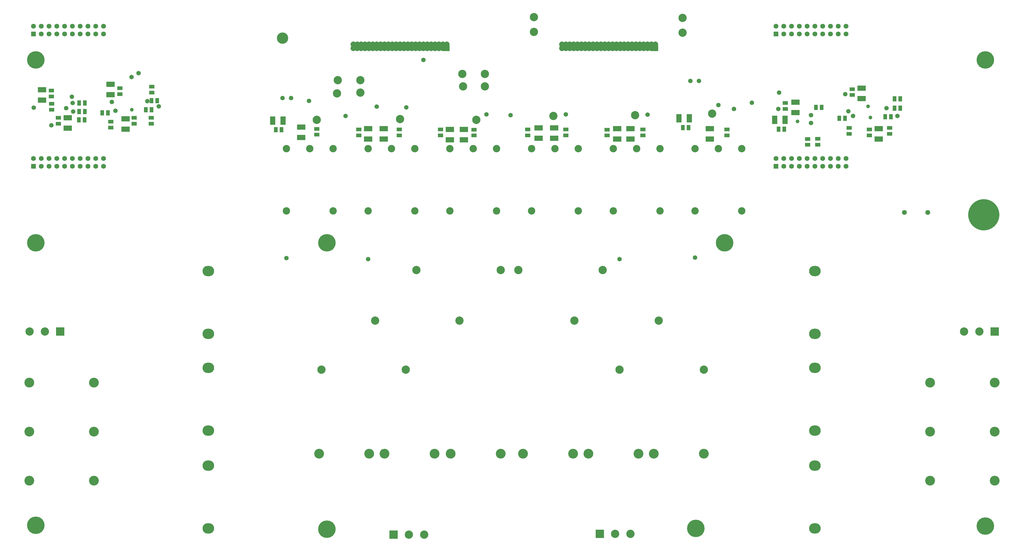
<source format=gbs>
G04*
G04 #@! TF.GenerationSoftware,Altium Limited,Altium Designer,22.11.1 (43)*
G04*
G04 Layer_Color=16711935*
%FSLAX44Y44*%
%MOMM*%
G71*
G04*
G04 #@! TF.SameCoordinates,B38BEB0A-FF2B-4473-85C9-27130B265984*
G04*
G04*
G04 #@! TF.FilePolarity,Negative*
G04*
G01*
G75*
%ADD25R,1.2232X1.6732*%
%ADD26R,1.6732X1.2232*%
%ADD27R,2.7032X1.7032*%
%ADD30C,2.7032*%
%ADD31C,2.4032*%
%ADD32C,3.7032*%
%ADD33C,3.2032*%
%ADD34O,3.8032X3.4032*%
%ADD35C,5.7032*%
%ADD36C,10.2032*%
%ADD37C,1.6032*%
%ADD38R,1.6032X1.6032*%
%ADD39R,2.7032X2.7032*%
%ADD40C,1.8520*%
%ADD41R,1.8520X1.8520*%
%ADD42C,1.2192*%
%ADD43C,1.4732*%
%ADD62R,1.7032X2.7032*%
D25*
X708000Y3111500D02*
D03*
X689000D02*
D03*
X565760Y3101340D02*
D03*
X546760D02*
D03*
X707440Y3141690D02*
D03*
X726440D02*
D03*
X3132480Y3147060D02*
D03*
X3151480D02*
D03*
X3121000Y3088640D02*
D03*
X3102000D02*
D03*
X2971140Y3083560D02*
D03*
X2952140D02*
D03*
X3132480Y3116580D02*
D03*
X3151480D02*
D03*
X2894940Y3119120D02*
D03*
X2875940D02*
D03*
X490220Y3134070D02*
D03*
X471220D02*
D03*
Y3106130D02*
D03*
X490220D02*
D03*
X2441600Y3053080D02*
D03*
X2460600D02*
D03*
X1113180Y3046450D02*
D03*
X1132180D02*
D03*
X2754020Y3048000D02*
D03*
X2773020D02*
D03*
X489560Y3078480D02*
D03*
X470560D02*
D03*
D26*
X708660Y3168040D02*
D03*
Y3187040D02*
D03*
X706780Y3085150D02*
D03*
Y3066150D02*
D03*
X574700Y3072450D02*
D03*
Y3053450D02*
D03*
X3116580Y3052420D02*
D03*
Y3033420D02*
D03*
X2984500Y3052420D02*
D03*
Y3033420D02*
D03*
X2882179Y3016860D02*
D03*
Y2997860D02*
D03*
X381660Y3130870D02*
D03*
Y3111870D02*
D03*
X1935480Y3047340D02*
D03*
Y3028340D02*
D03*
X2194560Y3046860D02*
D03*
Y3027860D02*
D03*
X2059940Y3047340D02*
D03*
Y3028340D02*
D03*
X2311400Y3047340D02*
D03*
Y3028340D02*
D03*
X2585720Y3047340D02*
D03*
Y3028340D02*
D03*
X1384300Y3047340D02*
D03*
Y3028340D02*
D03*
X1651000Y3047340D02*
D03*
Y3028340D02*
D03*
X1247140Y3049400D02*
D03*
Y3030400D02*
D03*
X1516380Y3047340D02*
D03*
Y3028340D02*
D03*
X1760220Y3046860D02*
D03*
Y3027860D02*
D03*
X2776220Y3133700D02*
D03*
Y3114700D02*
D03*
X3050540Y3028340D02*
D03*
Y3047340D02*
D03*
X2994660Y3178760D02*
D03*
Y3159760D02*
D03*
X381000Y3174340D02*
D03*
Y3155340D02*
D03*
X403860Y3066440D02*
D03*
Y3085440D02*
D03*
X650900Y3066150D02*
D03*
Y3085150D02*
D03*
X604520Y3181960D02*
D03*
Y3162960D02*
D03*
X2849159Y2997200D02*
D03*
Y3016200D02*
D03*
D27*
X1971040Y3052300D02*
D03*
Y3018300D02*
D03*
X2227580Y3049760D02*
D03*
Y3015760D02*
D03*
X2021840Y3052300D02*
D03*
Y3018300D02*
D03*
X2270760Y3049760D02*
D03*
Y3015760D02*
D03*
X2529840Y3049760D02*
D03*
Y3015760D02*
D03*
X1414780Y3049760D02*
D03*
Y3015760D02*
D03*
X1681480Y3047220D02*
D03*
Y3013220D02*
D03*
X1196340Y3054840D02*
D03*
Y3020840D02*
D03*
X1465580Y3049760D02*
D03*
Y3015760D02*
D03*
X1727200Y3047220D02*
D03*
Y3013220D02*
D03*
X2809240Y3136120D02*
D03*
Y3102120D02*
D03*
X3081020Y3015760D02*
D03*
Y3049760D02*
D03*
X3025140Y3181840D02*
D03*
Y3147840D02*
D03*
X350520Y3176760D02*
D03*
Y3142760D02*
D03*
X434340Y3051320D02*
D03*
Y3085320D02*
D03*
X622960Y3048490D02*
D03*
Y3082490D02*
D03*
X574040Y3194540D02*
D03*
Y3160540D02*
D03*
D30*
X1722120Y3228340D02*
D03*
X1795780D02*
D03*
Y3187700D02*
D03*
X1724660D02*
D03*
X2440940Y3362960D02*
D03*
Y3411220D02*
D03*
X1955800Y3413760D02*
D03*
Y3365500D02*
D03*
X1315720Y3208020D02*
D03*
X1313180Y3164840D02*
D03*
X1389380Y3208020D02*
D03*
Y3167380D02*
D03*
X1247140Y3078480D02*
D03*
X1518920Y3081020D02*
D03*
X1767840Y3078480D02*
D03*
X2019300Y3091180D02*
D03*
X2286000Y3093720D02*
D03*
X2537460Y3098800D02*
D03*
X3359480Y2387600D02*
D03*
X3409480D02*
D03*
X2270760Y1727200D02*
D03*
X2220760D02*
D03*
X309880Y2387600D02*
D03*
X359880D02*
D03*
X1597660Y1724660D02*
D03*
X1547660D02*
D03*
X1537040Y2263140D02*
D03*
X1262040D02*
D03*
X1712300Y2423160D02*
D03*
X1437300D02*
D03*
X1846920Y2588260D02*
D03*
X1571920D02*
D03*
X1904660D02*
D03*
X2179660D02*
D03*
X2087540Y2423160D02*
D03*
X2362540D02*
D03*
X2234860Y2263140D02*
D03*
X2509860D02*
D03*
D31*
X2100580Y2781300D02*
D03*
Y2984500D02*
D03*
X2024380D02*
D03*
X1948180D02*
D03*
Y2781300D02*
D03*
X2367280D02*
D03*
Y2984500D02*
D03*
X2291080D02*
D03*
X2214880D02*
D03*
Y2781300D02*
D03*
X2633980D02*
D03*
Y2984500D02*
D03*
X2557780D02*
D03*
X2481580D02*
D03*
Y2781300D02*
D03*
X1300480D02*
D03*
Y2984500D02*
D03*
X1224280D02*
D03*
X1148080D02*
D03*
Y2781300D02*
D03*
X1567180D02*
D03*
Y2984500D02*
D03*
X1490980D02*
D03*
X1414780D02*
D03*
Y2781300D02*
D03*
X1833880D02*
D03*
Y2984500D02*
D03*
X1757680D02*
D03*
X1681480D02*
D03*
Y2781300D02*
D03*
D32*
X1135380Y3345180D02*
D03*
D33*
X1919920Y1988820D02*
D03*
X2083120D02*
D03*
X2133280D02*
D03*
X2296480D02*
D03*
X2346640D02*
D03*
X2509840D02*
D03*
X1417640D02*
D03*
X1254440D02*
D03*
X1631000D02*
D03*
X1467800D02*
D03*
X1846900D02*
D03*
X1683700D02*
D03*
X3459480Y1900956D02*
D03*
X3248480D02*
D03*
X3459480Y2220956D02*
D03*
X3248480D02*
D03*
X3459480Y2060956D02*
D03*
X3248480D02*
D03*
X308790Y2220956D02*
D03*
X519790D02*
D03*
X308790Y1900956D02*
D03*
X519790D02*
D03*
X308790Y2060956D02*
D03*
X519790D02*
D03*
D34*
X2872740Y2585096D02*
D03*
Y2380096D02*
D03*
Y2269120D02*
D03*
Y2064120D02*
D03*
Y1950096D02*
D03*
Y1745096D02*
D03*
X892990Y1950096D02*
D03*
Y1745096D02*
D03*
Y2269120D02*
D03*
Y2064120D02*
D03*
Y2585096D02*
D03*
Y2380096D02*
D03*
D35*
X2484120Y1744980D02*
D03*
X330200Y2677160D02*
D03*
X2578100D02*
D03*
X1280160D02*
D03*
X330200Y3274060D02*
D03*
X3429000D02*
D03*
Y1752600D02*
D03*
X330200Y1755140D02*
D03*
X1280160Y1742440D02*
D03*
D36*
X3423920Y2768600D02*
D03*
D37*
X2974340Y3384550D02*
D03*
Y3359150D02*
D03*
X2948940Y3384550D02*
D03*
Y3359150D02*
D03*
X2923540Y3384550D02*
D03*
Y3359150D02*
D03*
X2898140Y3384550D02*
D03*
Y3359150D02*
D03*
X2872740Y3384550D02*
D03*
Y3359150D02*
D03*
X2847340Y3384550D02*
D03*
Y3359150D02*
D03*
X2821940Y3384550D02*
D03*
Y3359150D02*
D03*
X2796540Y3384550D02*
D03*
Y3359150D02*
D03*
X2771140Y3384550D02*
D03*
Y3359150D02*
D03*
X2745740Y3384550D02*
D03*
X2974340Y2952750D02*
D03*
Y2927350D02*
D03*
X2948940Y2952750D02*
D03*
Y2927350D02*
D03*
X2923540Y2952750D02*
D03*
Y2927350D02*
D03*
X2898140Y2952750D02*
D03*
Y2927350D02*
D03*
X2872740Y2952750D02*
D03*
Y2927350D02*
D03*
X2847340Y2952750D02*
D03*
Y2927350D02*
D03*
X2821940Y2952750D02*
D03*
Y2927350D02*
D03*
X2796540Y2952750D02*
D03*
Y2927350D02*
D03*
X2771140Y2952750D02*
D03*
Y2927350D02*
D03*
X2745740Y2952750D02*
D03*
X551180Y3384550D02*
D03*
Y3359150D02*
D03*
X525780Y3384550D02*
D03*
Y3359150D02*
D03*
X500380Y3384550D02*
D03*
Y3359150D02*
D03*
X474980Y3384550D02*
D03*
Y3359150D02*
D03*
X449580Y3384550D02*
D03*
Y3359150D02*
D03*
X424180Y3384550D02*
D03*
Y3359150D02*
D03*
X398780Y3384550D02*
D03*
Y3359150D02*
D03*
X373380Y3384550D02*
D03*
Y3359150D02*
D03*
X347980Y3384550D02*
D03*
Y3359150D02*
D03*
X322580Y3384550D02*
D03*
X551180Y2952750D02*
D03*
Y2927350D02*
D03*
X525780Y2952750D02*
D03*
Y2927350D02*
D03*
X500380Y2952750D02*
D03*
Y2927350D02*
D03*
X474980Y2952750D02*
D03*
Y2927350D02*
D03*
X449580Y2952750D02*
D03*
Y2927350D02*
D03*
X424180Y2952750D02*
D03*
Y2927350D02*
D03*
X398780Y2952750D02*
D03*
Y2927350D02*
D03*
X373380Y2952750D02*
D03*
Y2927350D02*
D03*
X347980Y2952750D02*
D03*
Y2927350D02*
D03*
X322580Y2952750D02*
D03*
X3164840Y2776220D02*
D03*
X3241040D02*
D03*
D38*
X2745740Y3359150D02*
D03*
Y2927350D02*
D03*
X322580Y3359150D02*
D03*
Y2927350D02*
D03*
D39*
X3459480Y2387600D02*
D03*
X2170760Y1727200D02*
D03*
X409880Y2387600D02*
D03*
X1497660Y1724660D02*
D03*
D40*
X2047240Y3324860D02*
D03*
Y3312160D02*
D03*
X2059940Y3324860D02*
D03*
Y3312160D02*
D03*
X2072640Y3324860D02*
D03*
Y3312160D02*
D03*
X2085340Y3324860D02*
D03*
Y3312160D02*
D03*
X2098040Y3324860D02*
D03*
Y3312160D02*
D03*
X2110740Y3324860D02*
D03*
Y3312160D02*
D03*
X2123440Y3324860D02*
D03*
Y3312160D02*
D03*
X2136140Y3324860D02*
D03*
Y3312160D02*
D03*
X2148840Y3324860D02*
D03*
Y3312160D02*
D03*
X2161540Y3324860D02*
D03*
Y3312160D02*
D03*
X2174240Y3324860D02*
D03*
Y3312160D02*
D03*
X2186940Y3324860D02*
D03*
Y3312160D02*
D03*
X2199640Y3324860D02*
D03*
Y3312160D02*
D03*
X2212340Y3324860D02*
D03*
Y3312160D02*
D03*
X2225040Y3324860D02*
D03*
Y3312160D02*
D03*
X2237740Y3324860D02*
D03*
Y3312160D02*
D03*
X2250440Y3324860D02*
D03*
Y3312160D02*
D03*
X2263140Y3324860D02*
D03*
Y3312160D02*
D03*
X2275840Y3324860D02*
D03*
Y3312160D02*
D03*
X2288540Y3324860D02*
D03*
Y3312160D02*
D03*
X2301240Y3324860D02*
D03*
Y3312160D02*
D03*
X2313940Y3324860D02*
D03*
Y3312160D02*
D03*
X2326640Y3324860D02*
D03*
Y3312160D02*
D03*
X2339340Y3324860D02*
D03*
Y3312160D02*
D03*
X2352040Y3324860D02*
D03*
X1366520D02*
D03*
Y3312160D02*
D03*
X1379220Y3324860D02*
D03*
Y3312160D02*
D03*
X1391920Y3324860D02*
D03*
Y3312160D02*
D03*
X1404620Y3324860D02*
D03*
Y3312160D02*
D03*
X1417320Y3324860D02*
D03*
Y3312160D02*
D03*
X1430020Y3324860D02*
D03*
Y3312160D02*
D03*
X1442720Y3324860D02*
D03*
Y3312160D02*
D03*
X1455420Y3324860D02*
D03*
Y3312160D02*
D03*
X1468120Y3324860D02*
D03*
Y3312160D02*
D03*
X1480820Y3324860D02*
D03*
Y3312160D02*
D03*
X1493520Y3324860D02*
D03*
Y3312160D02*
D03*
X1506220Y3324860D02*
D03*
Y3312160D02*
D03*
X1518920Y3324860D02*
D03*
Y3312160D02*
D03*
X1531620Y3324860D02*
D03*
Y3312160D02*
D03*
X1544320Y3324860D02*
D03*
Y3312160D02*
D03*
X1557020Y3324860D02*
D03*
Y3312160D02*
D03*
X1569720Y3324860D02*
D03*
Y3312160D02*
D03*
X1582420Y3324860D02*
D03*
Y3312160D02*
D03*
X1595120Y3324860D02*
D03*
Y3312160D02*
D03*
X1607820Y3324860D02*
D03*
Y3312160D02*
D03*
X1620520Y3324860D02*
D03*
Y3312160D02*
D03*
X1633220Y3324860D02*
D03*
Y3312160D02*
D03*
X1645920Y3324860D02*
D03*
Y3312160D02*
D03*
X1658620Y3324860D02*
D03*
Y3312160D02*
D03*
X1671320Y3324860D02*
D03*
D41*
X2352040Y3312160D02*
D03*
X1671320D02*
D03*
D42*
X3053380Y3086100D02*
D03*
X2815590Y3073400D02*
D03*
X643110Y3111500D02*
D03*
X3046340Y3122540D02*
D03*
D43*
X2753360Y3114040D02*
D03*
X2981960Y3106420D02*
D03*
X451849Y3106130D02*
D03*
X1221740Y3140710D02*
D03*
X2755900Y3167380D02*
D03*
X2971800Y3162300D02*
D03*
X3141980Y3091180D02*
D03*
X2667000Y3134360D02*
D03*
X2608580Y3114040D02*
D03*
X2557780Y3126740D02*
D03*
X2494280Y3205480D02*
D03*
X2466340D02*
D03*
X1135380Y3149600D02*
D03*
X1163320D02*
D03*
X1595120Y3274060D02*
D03*
X2860040Y3093720D02*
D03*
Y3068320D02*
D03*
X2997200Y3091180D02*
D03*
X3106420Y3116580D02*
D03*
X731520Y3122730D02*
D03*
X642620Y3218180D02*
D03*
X2481580Y2628900D02*
D03*
X2235200Y2623820D02*
D03*
X1414780D02*
D03*
X1148080Y2627720D02*
D03*
X578460Y3137190D02*
D03*
X665480Y3230880D02*
D03*
X589657Y3108040D02*
D03*
X381000Y3060700D02*
D03*
X323240Y3118830D02*
D03*
X447700Y3154390D02*
D03*
X450240Y3134070D02*
D03*
X429351Y3117185D02*
D03*
X694011Y3139796D02*
D03*
X1800860Y3096260D02*
D03*
X1879600Y3093720D02*
D03*
X1442720Y3121660D02*
D03*
X2326484Y3095686D02*
D03*
X2059940Y3096260D02*
D03*
X1539240Y3119120D02*
D03*
X1341120Y3091180D02*
D03*
D62*
X2429020Y3083560D02*
D03*
X2463020D02*
D03*
X1103140Y3075940D02*
D03*
X1137140D02*
D03*
X2741440Y3078480D02*
D03*
X2775440D02*
D03*
M02*

</source>
